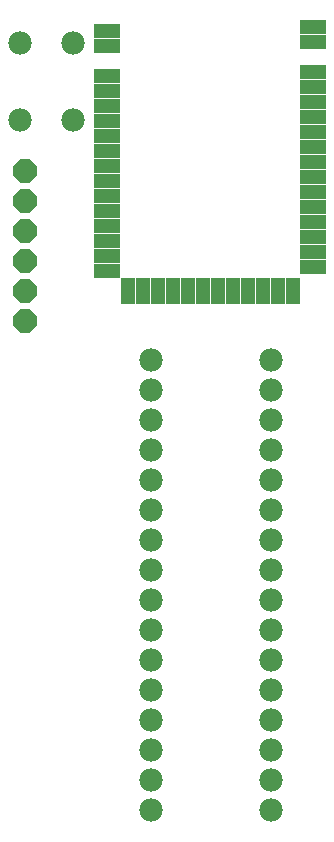
<source format=gts>
G75*
%MOIN*%
%OFA0B0*%
%FSLAX26Y26*%
%IPPOS*%
%LPD*%
%AMOC8*
5,1,8,0,0,1.08239X$1,22.5*
%
%ADD10R,0.086740X0.047370*%
%ADD11R,0.047370X0.086740*%
%ADD12C,0.078000*%
%ADD13OC8,0.078000*%
D10*
X00504024Y01981701D03*
X00504024Y02031701D03*
X00504024Y02081701D03*
X00504024Y02131701D03*
X00504024Y02181701D03*
X00504024Y02231701D03*
X00504024Y02281701D03*
X00504024Y02331701D03*
X00504024Y02381701D03*
X00504024Y02431701D03*
X00504024Y02481701D03*
X00504024Y02531701D03*
X00504024Y02581701D03*
X00504024Y02631701D03*
X00504024Y02731701D03*
X00504024Y02781701D03*
X01193000Y02794299D03*
X01193000Y02744299D03*
X01193000Y02644299D03*
X01193000Y02594299D03*
X01193000Y02544299D03*
X01193000Y02494299D03*
X01193000Y02444299D03*
X01193000Y02394299D03*
X01193000Y02344299D03*
X01193000Y02294299D03*
X01193000Y02244299D03*
X01193000Y02194299D03*
X01193000Y02144299D03*
X01193000Y02094299D03*
X01193000Y02044299D03*
X01193000Y01994299D03*
D11*
X01123512Y01913000D03*
X01073512Y01913000D03*
X01023512Y01913000D03*
X00973512Y01913000D03*
X00923512Y01913000D03*
X00873512Y01913000D03*
X00823512Y01913000D03*
X00773512Y01913000D03*
X00723512Y01913000D03*
X00673512Y01913000D03*
X00623512Y01913000D03*
X00573512Y01913000D03*
D12*
X00653000Y00183000D03*
X00653000Y00283000D03*
X00653000Y00383000D03*
X00653000Y00483000D03*
X00653000Y00583000D03*
X00653000Y00683000D03*
X00653000Y00783000D03*
X00653000Y00883000D03*
X00653000Y00983000D03*
X00653000Y01083000D03*
X00653000Y01183000D03*
X00653000Y01283000D03*
X00653000Y01383000D03*
X00653000Y01483000D03*
X00653000Y01583000D03*
X00653000Y01683000D03*
X00392000Y02485000D03*
X00392000Y02741000D03*
X00214000Y02741000D03*
X00214000Y02485000D03*
X01053000Y01683000D03*
X01053000Y01583000D03*
X01053000Y01483000D03*
X01053000Y01383000D03*
X01053000Y01283000D03*
X01053000Y01183000D03*
X01053000Y01083000D03*
X01053000Y00983000D03*
X01053000Y00883000D03*
X01053000Y00783000D03*
X01053000Y00683000D03*
X01053000Y00583000D03*
X01053000Y00483000D03*
X01053000Y00383000D03*
X01053000Y00283000D03*
X01053000Y00183000D03*
D13*
X00233000Y01813000D03*
X00233000Y01913000D03*
X00233000Y02013000D03*
X00233000Y02113000D03*
X00233000Y02213000D03*
X00233000Y02313000D03*
M02*

</source>
